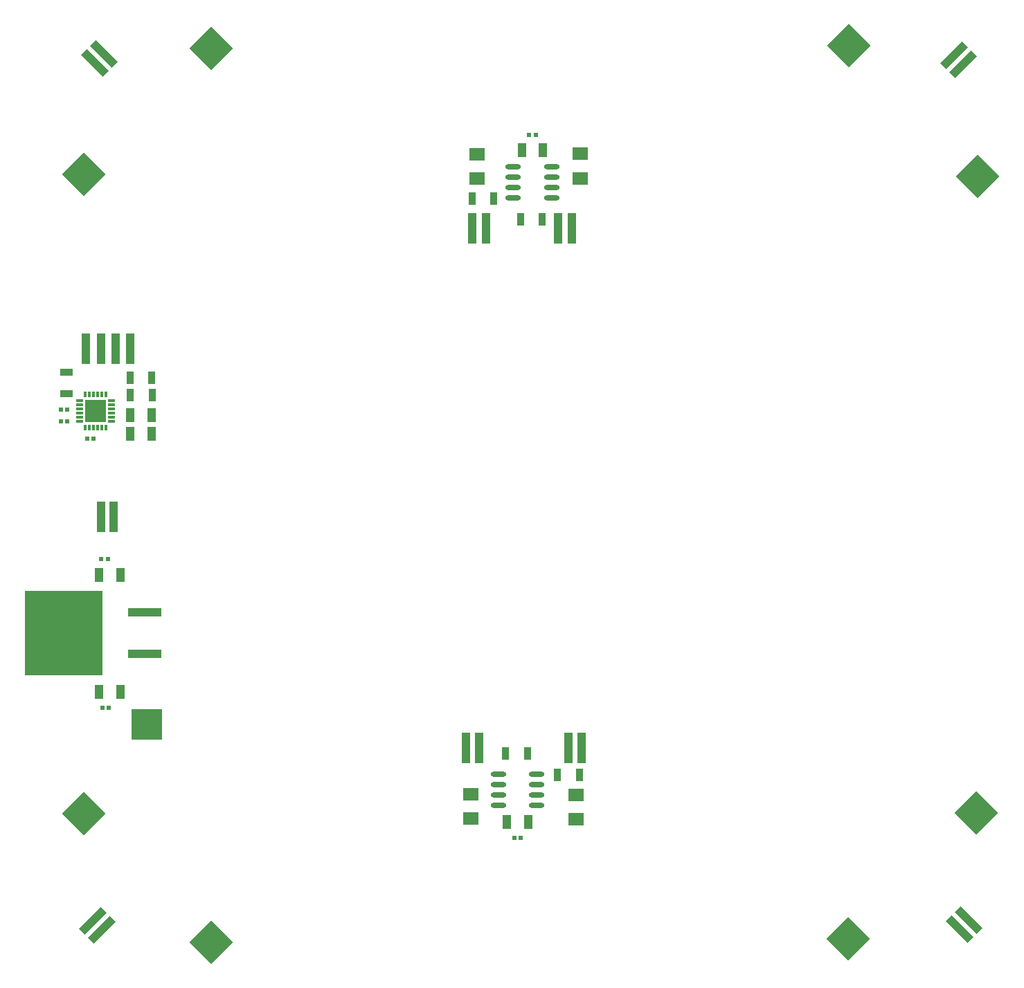
<source format=gtp>
G04*
G04 #@! TF.GenerationSoftware,Altium Limited,Altium Designer,20.1.14 (287)*
G04*
G04 Layer_Color=8421504*
%FSLAX25Y25*%
%MOIN*%
G70*
G04*
G04 #@! TF.SameCoordinates,1D987C98-FF78-4C22-975A-79D4403F1CEA*
G04*
G04*
G04 #@! TF.FilePolarity,Positive*
G04*
G01*
G75*
%ADD14P,0.21213X4X90.0*%
%ADD15R,0.04000X0.15000*%
%ADD16R,0.15000X0.15000*%
%ADD17R,0.37795X0.41142*%
%ADD18R,0.16142X0.04134*%
%ADD19O,0.07480X0.02362*%
%ADD20R,0.03378X0.06347*%
%ADD21R,0.07480X0.05906*%
%ADD22R,0.04331X0.06693*%
%ADD23R,0.02047X0.02047*%
G04:AMPARAMS|DCode=24|XSize=150mil|YSize=40mil|CornerRadius=0mil|HoleSize=0mil|Usage=FLASHONLY|Rotation=45.000|XOffset=0mil|YOffset=0mil|HoleType=Round|Shape=Rectangle|*
%AMROTATEDRECTD24*
4,1,4,-0.03889,-0.06718,-0.06718,-0.03889,0.03889,0.06718,0.06718,0.03889,-0.03889,-0.06718,0.0*
%
%ADD24ROTATEDRECTD24*%

G04:AMPARAMS|DCode=25|XSize=150mil|YSize=40mil|CornerRadius=0mil|HoleSize=0mil|Usage=FLASHONLY|Rotation=135.000|XOffset=0mil|YOffset=0mil|HoleType=Round|Shape=Rectangle|*
%AMROTATEDRECTD25*
4,1,4,0.06718,-0.03889,0.03889,-0.06718,-0.06718,0.03889,-0.03889,0.06718,0.06718,-0.03889,0.0*
%
%ADD25ROTATEDRECTD25*%

%ADD26R,0.06102X0.03543*%
%ADD27R,0.01378X0.03150*%
%ADD28R,0.03347X0.01378*%
%ADD29R,0.10236X0.10630*%
%ADD30R,0.03543X0.06102*%
D14*
X477042Y149416D02*
D03*
X538547Y210170D02*
D03*
X108932Y517833D02*
D03*
X170437Y578587D02*
D03*
X477413Y579883D02*
D03*
X539264Y516743D02*
D03*
X170436Y147793D02*
D03*
X108919Y209700D02*
D03*
D15*
X117199Y433952D02*
D03*
X110106D02*
D03*
X124292D02*
D03*
X131385D02*
D03*
X123484Y352854D02*
D03*
X117372Y352915D02*
D03*
X348734Y241595D02*
D03*
X342250D02*
D03*
X299483D02*
D03*
X292995D02*
D03*
X302575Y491755D02*
D03*
X296091D02*
D03*
X337511D02*
D03*
X343995D02*
D03*
D16*
X139509Y252779D02*
D03*
D17*
X99327Y297000D02*
D03*
D18*
X138500Y307000D02*
D03*
Y287000D02*
D03*
D19*
X308571Y228778D02*
D03*
Y223778D02*
D03*
Y218778D02*
D03*
Y213778D02*
D03*
X327075Y228778D02*
D03*
Y223778D02*
D03*
Y218778D02*
D03*
Y213778D02*
D03*
X334294Y506377D02*
D03*
Y511377D02*
D03*
Y516377D02*
D03*
Y521377D02*
D03*
X315790Y506377D02*
D03*
Y511377D02*
D03*
Y516377D02*
D03*
Y521377D02*
D03*
D20*
X312142Y238873D02*
D03*
X322590D02*
D03*
X329841Y496282D02*
D03*
X319393D02*
D03*
X347590Y228373D02*
D03*
X337142D02*
D03*
X296074Y506273D02*
D03*
X306522D02*
D03*
D21*
X295366Y219278D02*
D03*
Y207467D02*
D03*
X348117Y515877D02*
D03*
Y527688D02*
D03*
X345970Y218835D02*
D03*
Y207024D02*
D03*
X298203Y515702D02*
D03*
Y527513D02*
D03*
D22*
X312705Y205778D02*
D03*
X322941D02*
D03*
X330160Y529377D02*
D03*
X319924D02*
D03*
X126618Y325000D02*
D03*
X116382D02*
D03*
X126736Y268500D02*
D03*
X116500D02*
D03*
X131518Y401866D02*
D03*
X141754D02*
D03*
X131474Y392866D02*
D03*
X141711D02*
D03*
D23*
X323467Y536877D02*
D03*
X326617D02*
D03*
X319397Y198278D02*
D03*
X316248D02*
D03*
X117425Y332500D02*
D03*
X120575D02*
D03*
X117925Y261000D02*
D03*
X121075D02*
D03*
X97910Y404568D02*
D03*
X101059D02*
D03*
X113711Y390366D02*
D03*
X110561D02*
D03*
X97884Y398889D02*
D03*
X101033D02*
D03*
D24*
X113499Y158308D02*
D03*
X117800Y154007D02*
D03*
X532197Y570781D02*
D03*
X527896Y575082D02*
D03*
D25*
X534959Y158440D02*
D03*
X530607Y154129D02*
D03*
X114193Y571418D02*
D03*
X118545Y575729D02*
D03*
D26*
X100636Y412149D02*
D03*
Y422583D02*
D03*
D27*
X119632Y411740D02*
D03*
X117664D02*
D03*
X115695D02*
D03*
X113726D02*
D03*
X111758D02*
D03*
X109790D02*
D03*
Y395992D02*
D03*
X111758D02*
D03*
X113726D02*
D03*
X115695D02*
D03*
X117664D02*
D03*
X119632D02*
D03*
D28*
X106935Y408787D02*
D03*
Y406819D02*
D03*
Y404850D02*
D03*
Y402882D02*
D03*
Y400913D02*
D03*
Y398945D02*
D03*
X122486D02*
D03*
Y400913D02*
D03*
Y402882D02*
D03*
Y404850D02*
D03*
Y406819D02*
D03*
Y408787D02*
D03*
D29*
X114711Y403866D02*
D03*
D30*
X131494Y411366D02*
D03*
X141927D02*
D03*
X141852Y419866D02*
D03*
X131419D02*
D03*
M02*

</source>
